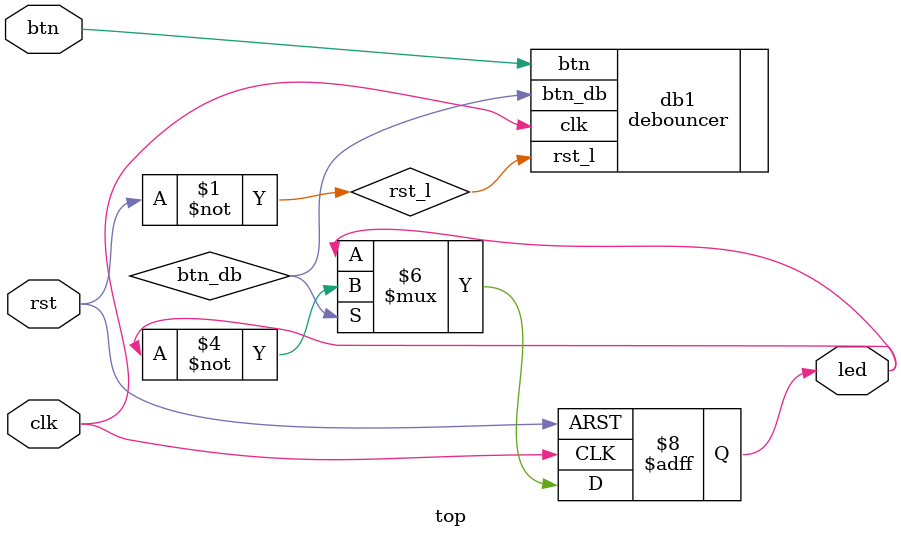
<source format=v>
`timescale 1ns/1ps

module top
(
	input clk,
	input btn,
	input rst,
	output reg led
);

	wire btn_db;
	wire rst_l;

	assign rst_l = ~rst;

	initial begin
		led = 0;
	end

	debouncer db1(.clk(clk), .rst_l(rst_l), .btn(btn), .btn_db(btn_db));
	
	always @(posedge clk, negedge rst_l) begin
		if (!rst_l) begin
			led <= 0;
		end

		else begin
			if(btn_db)
				led <= ~led;
		end
	end
endmodule


</source>
